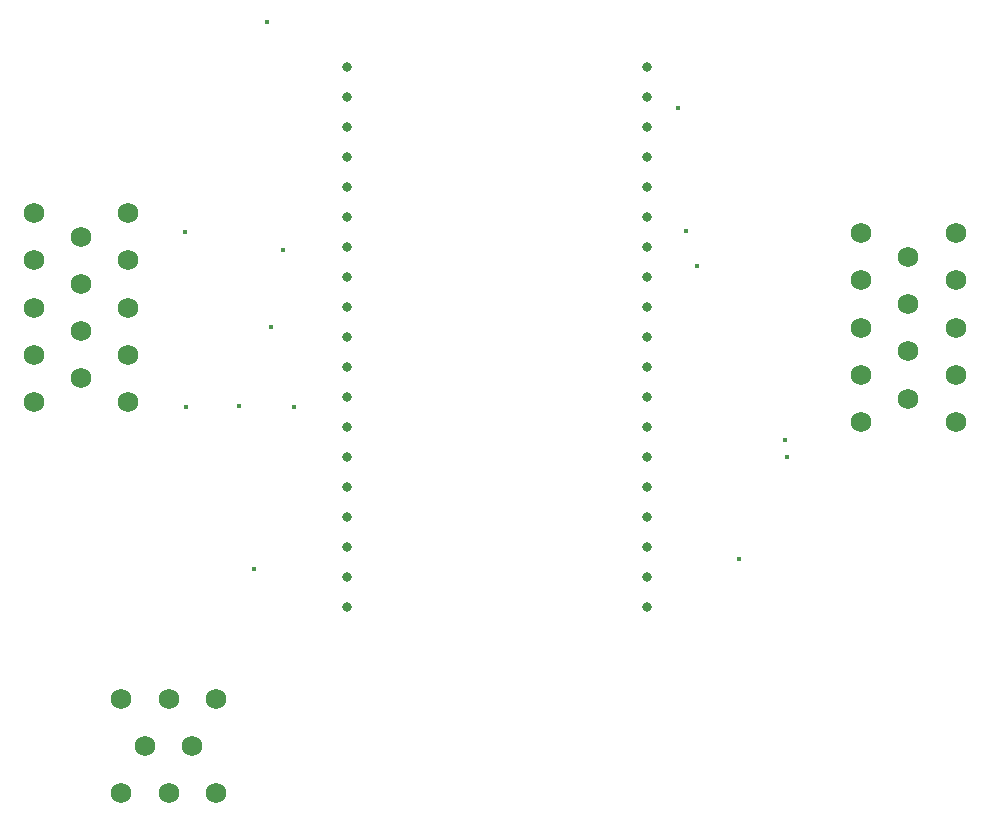
<source format=gbr>
%TF.GenerationSoftware,KiCad,Pcbnew,(6.0.1-0)*%
%TF.CreationDate,2023-02-28T13:35:32-05:00*%
%TF.ProjectId,Front Board,46726f6e-7420-4426-9f61-72642e6b6963,rev?*%
%TF.SameCoordinates,Original*%
%TF.FileFunction,Plated,1,2,PTH,Drill*%
%TF.FilePolarity,Positive*%
%FSLAX46Y46*%
G04 Gerber Fmt 4.6, Leading zero omitted, Abs format (unit mm)*
G04 Created by KiCad (PCBNEW (6.0.1-0)) date 2023-02-28 13:35:32*
%MOMM*%
%LPD*%
G01*
G04 APERTURE LIST*
%TA.AperFunction,ViaDrill*%
%ADD10C,0.400000*%
%TD*%
%TA.AperFunction,ComponentDrill*%
%ADD11C,0.800000*%
%TD*%
%TA.AperFunction,ComponentDrill*%
%ADD12C,1.750000*%
%TD*%
G04 APERTURE END LIST*
D10*
X123900000Y-82130000D03*
X124000000Y-96930000D03*
X128500000Y-96830000D03*
X129700000Y-110630000D03*
X130875000Y-64350000D03*
X131200000Y-90130000D03*
X132200000Y-83630000D03*
X133100000Y-96930000D03*
X165600000Y-71630000D03*
X166300000Y-82030000D03*
X167250000Y-85000000D03*
X170800000Y-109830000D03*
X174700000Y-99730000D03*
X174893478Y-101150000D03*
D11*
%TO.C,U3*%
X137600000Y-68130000D03*
X137600000Y-70670000D03*
X137600000Y-73210000D03*
X137600000Y-75750000D03*
X137600000Y-78290000D03*
X137600000Y-80830000D03*
X137600000Y-83370000D03*
X137600000Y-85910000D03*
X137600000Y-88450000D03*
X137600000Y-90990000D03*
X137600000Y-93530000D03*
X137600000Y-96070000D03*
X137600000Y-98610000D03*
X137600000Y-101150000D03*
X137600000Y-103690000D03*
X137600000Y-106230000D03*
X137600000Y-108770000D03*
X137600000Y-111310000D03*
X137600000Y-113850000D03*
X162996320Y-111307280D03*
X162996320Y-113847280D03*
X163000000Y-68130000D03*
X163000000Y-70670000D03*
X163000000Y-73210000D03*
X163000000Y-75750000D03*
X163000000Y-78290000D03*
X163000000Y-80830000D03*
X163000000Y-83370000D03*
X163000000Y-85910000D03*
X163000000Y-88450000D03*
X163000000Y-90990000D03*
X163000000Y-93530000D03*
X163000000Y-96070000D03*
X163000000Y-98610000D03*
X163000000Y-101150000D03*
X163000000Y-103690000D03*
X163000000Y-106230000D03*
X163000000Y-108770000D03*
D12*
%TO.C,J1*%
X111100000Y-80530000D03*
X111100000Y-84530000D03*
X111100000Y-88530000D03*
X111100000Y-92530000D03*
X111100000Y-96530000D03*
X115100000Y-82530000D03*
X115100000Y-86530000D03*
X115100000Y-90530000D03*
X115100000Y-94530000D03*
%TO.C,J3*%
X118500000Y-121630000D03*
X118500000Y-129630000D03*
%TO.C,J1*%
X119100000Y-80530000D03*
X119100000Y-84530000D03*
X119100000Y-88530000D03*
X119100000Y-92530000D03*
X119100000Y-96530000D03*
%TO.C,J3*%
X120500000Y-125630000D03*
X122500000Y-121630000D03*
X122500000Y-129630000D03*
X124500000Y-125630000D03*
X126500000Y-121630000D03*
X126500000Y-129630000D03*
%TO.C,J2*%
X181137500Y-82230000D03*
X181137500Y-86230000D03*
X181137500Y-90230000D03*
X181137500Y-94230000D03*
X181137500Y-98230000D03*
X185137500Y-84230000D03*
X185137500Y-88230000D03*
X185137500Y-92230000D03*
X185137500Y-96230000D03*
X189137500Y-82230000D03*
X189137500Y-86230000D03*
X189137500Y-90230000D03*
X189137500Y-94230000D03*
X189137500Y-98230000D03*
M02*

</source>
